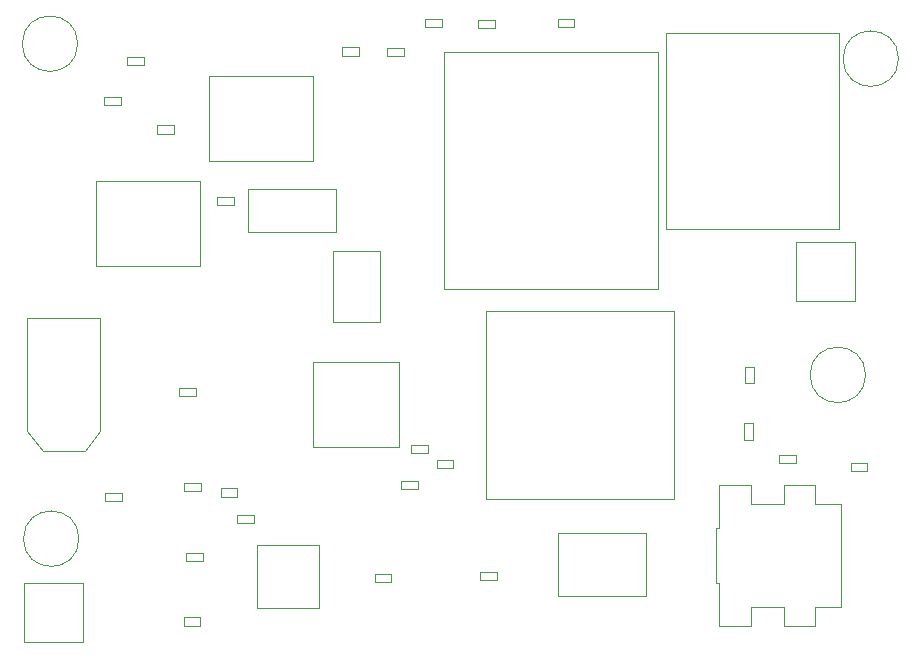
<source format=gbr>
%TF.GenerationSoftware,KiCad,Pcbnew,8.0.5*%
%TF.CreationDate,2024-11-03T18:03:46-05:00*%
%TF.ProjectId,emerald_pcb,656d6572-616c-4645-9f70-63622e6b6963,rev?*%
%TF.SameCoordinates,Original*%
%TF.FileFunction,Other,User*%
%FSLAX46Y46*%
G04 Gerber Fmt 4.6, Leading zero omitted, Abs format (unit mm)*
G04 Created by KiCad (PCBNEW 8.0.5) date 2024-11-03 18:03:46*
%MOMM*%
%LPD*%
G01*
G04 APERTURE LIST*
%ADD10C,0.050000*%
G04 APERTURE END LIST*
D10*
%TO.C,REF\u002A\u002A*%
X106490000Y-66141600D02*
G75*
G02*
X101790000Y-66141600I-2350000J0D01*
G01*
X101790000Y-66141600D02*
G75*
G02*
X106490000Y-66141600I2350000J0D01*
G01*
%TO.C,+C12*%
X54188700Y-50372400D02*
X61688700Y-50372400D01*
X54188700Y-54072400D02*
X54188700Y-50372400D01*
X61688700Y-50372400D02*
X61688700Y-54072400D01*
X61688700Y-54072400D02*
X54188700Y-54072400D01*
%TO.C,C15*%
X70176600Y-73310000D02*
X71576600Y-73310000D01*
X70176600Y-74010000D02*
X70176600Y-73310000D01*
X71576600Y-73310000D02*
X71576600Y-74010000D01*
X71576600Y-74010000D02*
X70176600Y-74010000D01*
%TO.C,C14*%
X52983800Y-51759600D02*
X51583800Y-51759600D01*
X52983800Y-51059600D02*
X52983800Y-51759600D01*
X51583800Y-51759600D02*
X51583800Y-51059600D01*
X51583800Y-51059600D02*
X52983800Y-51059600D01*
%TO.C,C13*%
X80438200Y-35972000D02*
X81838200Y-35972000D01*
X80438200Y-36672000D02*
X80438200Y-35972000D01*
X81838200Y-35972000D02*
X81838200Y-36672000D01*
X81838200Y-36672000D02*
X80438200Y-36672000D01*
%TO.C,R6*%
X68020200Y-72040000D02*
X69420200Y-72040000D01*
X68020200Y-72740000D02*
X68020200Y-72040000D01*
X69420200Y-72040000D02*
X69420200Y-72740000D01*
X69420200Y-72740000D02*
X68020200Y-72740000D01*
%TO.C,R1*%
X53311000Y-77983600D02*
X54711000Y-77983600D01*
X53311000Y-78683600D02*
X53311000Y-77983600D01*
X54711000Y-77983600D02*
X54711000Y-78683600D01*
X54711000Y-78683600D02*
X53311000Y-78683600D01*
%TO.C,R2*%
X51888600Y-75748400D02*
X53288600Y-75748400D01*
X51888600Y-76448400D02*
X51888600Y-75748400D01*
X53288600Y-75748400D02*
X53288600Y-76448400D01*
X53288600Y-76448400D02*
X51888600Y-76448400D01*
%TO.C,R8*%
X43433400Y-43326800D02*
X42033400Y-43326800D01*
X43433400Y-42626800D02*
X43433400Y-43326800D01*
X42033400Y-43326800D02*
X42033400Y-42626800D01*
X42033400Y-42626800D02*
X43433400Y-42626800D01*
%TO.C,R7*%
X47931800Y-45714400D02*
X46531800Y-45714400D01*
X47931800Y-45014400D02*
X47931800Y-45714400D01*
X46531800Y-45714400D02*
X46531800Y-45014400D01*
X46531800Y-45014400D02*
X47931800Y-45014400D01*
%TO.C,R5*%
X100574400Y-73603600D02*
X99174400Y-73603600D01*
X100574400Y-72903600D02*
X100574400Y-73603600D01*
X99174400Y-73603600D02*
X99174400Y-72903600D01*
X99174400Y-72903600D02*
X100574400Y-72903600D01*
%TO.C,R3*%
X67388200Y-39161200D02*
X65988200Y-39161200D01*
X67388200Y-38461200D02*
X67388200Y-39161200D01*
X65988200Y-39161200D02*
X65988200Y-38461200D01*
X65988200Y-38461200D02*
X67388200Y-38461200D01*
%TO.C,R4*%
X96322400Y-66853800D02*
X96322400Y-65453800D01*
X97022400Y-66853800D02*
X96322400Y-66853800D01*
X96322400Y-65453800D02*
X97022400Y-65453800D01*
X97022400Y-65453800D02*
X97022400Y-66853800D01*
%TO.C,C7*%
X73681800Y-36073600D02*
X75081800Y-36073600D01*
X73681800Y-36773600D02*
X73681800Y-36073600D01*
X75081800Y-36073600D02*
X75081800Y-36773600D01*
X75081800Y-36773600D02*
X73681800Y-36773600D01*
%TO.C,C8*%
X69211400Y-35972000D02*
X70611400Y-35972000D01*
X69211400Y-36672000D02*
X69211400Y-35972000D01*
X70611400Y-35972000D02*
X70611400Y-36672000D01*
X70611400Y-36672000D02*
X69211400Y-36672000D01*
%TO.C,C3*%
X50152400Y-87370400D02*
X48752400Y-87370400D01*
X50152400Y-86670400D02*
X50152400Y-87370400D01*
X48752400Y-87370400D02*
X48752400Y-86670400D01*
X48752400Y-86670400D02*
X50152400Y-86670400D01*
%TO.C,C1*%
X67179400Y-75088000D02*
X68579400Y-75088000D01*
X67179400Y-75788000D02*
X67179400Y-75088000D01*
X68579400Y-75088000D02*
X68579400Y-75788000D01*
X68579400Y-75788000D02*
X67179400Y-75788000D01*
%TO.C,C2*%
X50355600Y-81884000D02*
X48955600Y-81884000D01*
X50355600Y-81184000D02*
X50355600Y-81884000D01*
X48955600Y-81884000D02*
X48955600Y-81184000D01*
X48955600Y-81184000D02*
X50355600Y-81184000D01*
%TO.C,C10*%
X64933600Y-82962000D02*
X66333600Y-82962000D01*
X64933600Y-83662000D02*
X64933600Y-82962000D01*
X66333600Y-82962000D02*
X66333600Y-83662000D01*
X66333600Y-83662000D02*
X64933600Y-83662000D01*
%TO.C,C9*%
X73874400Y-82818000D02*
X75274400Y-82818000D01*
X73874400Y-83518000D02*
X73874400Y-82818000D01*
X75274400Y-82818000D02*
X75274400Y-83518000D01*
X75274400Y-83518000D02*
X73874400Y-83518000D01*
%TO.C,C6*%
X48808000Y-75291200D02*
X50208000Y-75291200D01*
X48808000Y-75991200D02*
X48808000Y-75291200D01*
X50208000Y-75291200D02*
X50208000Y-75991200D01*
X50208000Y-75991200D02*
X48808000Y-75991200D01*
%TO.C,C4*%
X42102400Y-76104000D02*
X43502400Y-76104000D01*
X42102400Y-76804000D02*
X42102400Y-76104000D01*
X43502400Y-76104000D02*
X43502400Y-76804000D01*
X43502400Y-76804000D02*
X42102400Y-76804000D01*
%TO.C,C5*%
X48401600Y-67214000D02*
X49801600Y-67214000D01*
X48401600Y-67914000D02*
X48401600Y-67214000D01*
X49801600Y-67214000D02*
X49801600Y-67914000D01*
X49801600Y-67914000D02*
X48401600Y-67914000D01*
%TO.C,C11*%
X43982000Y-39223200D02*
X45382000Y-39223200D01*
X43982000Y-39923200D02*
X43982000Y-39223200D01*
X45382000Y-39223200D02*
X45382000Y-39923200D01*
X45382000Y-39923200D02*
X43982000Y-39923200D01*
%TO.C,REF\u002A\u002A*%
X100624000Y-54853200D02*
X100624000Y-59853200D01*
X100624000Y-59853200D02*
X105624000Y-59853200D01*
X105624000Y-54853200D02*
X100624000Y-54853200D01*
X105624000Y-59853200D02*
X105624000Y-54853200D01*
X40244400Y-83760200D02*
X35244400Y-83760200D01*
X35244400Y-83760200D02*
X35244400Y-88760200D01*
X40244400Y-88760200D02*
X40244400Y-83760200D01*
X35244400Y-88760200D02*
X40244400Y-88760200D01*
%TO.C,U7*%
X59670000Y-47999200D02*
X59670000Y-40799200D01*
X59670000Y-40799200D02*
X50870000Y-40799200D01*
X50870000Y-47999200D02*
X59670000Y-47999200D01*
X50870000Y-40799200D02*
X50870000Y-47999200D01*
%TO.C,J1*%
X104227400Y-53824400D02*
X104227400Y-37224400D01*
X104227400Y-53824400D02*
X89607400Y-53824400D01*
X104227400Y-37224400D02*
X89607400Y-37224400D01*
X89607400Y-53824400D02*
X89607400Y-37224400D01*
%TO.C,REF\u002A\u002A*%
X109284000Y-39370000D02*
G75*
G02*
X104584000Y-39370000I-2350000J0D01*
G01*
X104584000Y-39370000D02*
G75*
G02*
X109284000Y-39370000I2350000J0D01*
G01*
%TO.C,U1*%
X74363200Y-60721200D02*
X90263200Y-60721200D01*
X74363200Y-76621200D02*
X74363200Y-60721200D01*
X90263200Y-60721200D02*
X90263200Y-76621200D01*
X90263200Y-76621200D02*
X74363200Y-76621200D01*
%TO.C,REF\u002A\u002A*%
X39891200Y-80010000D02*
G75*
G02*
X35191200Y-80010000I-2350000J0D01*
G01*
X35191200Y-80010000D02*
G75*
G02*
X39891200Y-80010000I2350000J0D01*
G01*
%TO.C,GPRS1*%
X63601000Y-39110400D02*
X62201000Y-39110400D01*
X63601000Y-38410400D02*
X63601000Y-39110400D01*
X62201000Y-39110400D02*
X62201000Y-38410400D01*
X62201000Y-38410400D02*
X63601000Y-38410400D01*
%TO.C,U5*%
X65398400Y-55638400D02*
X65398400Y-61638400D01*
X61398400Y-61638400D02*
X65398400Y-61638400D01*
X61398400Y-55638400D02*
X65398400Y-55638400D01*
X61398400Y-55638400D02*
X61398400Y-61638400D01*
%TO.C,U4*%
X54957200Y-80560400D02*
X54957200Y-85860400D01*
X54957200Y-80560400D02*
X60257200Y-80560400D01*
X54957200Y-85860400D02*
X60257200Y-85860400D01*
X60257200Y-80560400D02*
X60257200Y-85860400D01*
%TO.C,U6*%
X80475600Y-79494400D02*
X80475600Y-84894400D01*
X80475600Y-84894400D02*
X87875600Y-84894400D01*
X87875600Y-79494400D02*
X80475600Y-79494400D01*
X87875600Y-84894400D02*
X87875600Y-79494400D01*
%TO.C,LORA1*%
X105228600Y-73564000D02*
X106628600Y-73564000D01*
X105228600Y-74264000D02*
X105228600Y-73564000D01*
X106628600Y-73564000D02*
X106628600Y-74264000D01*
X106628600Y-74264000D02*
X105228600Y-74264000D01*
%TO.C,PWR*%
X35508000Y-61365200D02*
X41708000Y-61365200D01*
X35508000Y-70865200D02*
X35508000Y-61365200D01*
X36808000Y-72565200D02*
X35508000Y-70865200D01*
X36808000Y-72565200D02*
X40408000Y-72565200D01*
X40408000Y-72565200D02*
X41708000Y-70865200D01*
X41708000Y-70865200D02*
X41708000Y-61365200D01*
%TO.C,U2*%
X88957600Y-38768800D02*
X88957600Y-58868800D01*
X70757600Y-58868800D02*
X88957600Y-58868800D01*
X70757600Y-38768800D02*
X88957600Y-38768800D01*
X70757600Y-38768800D02*
X70757600Y-58868800D01*
%TO.C,ACCEL1*%
X96920800Y-71627400D02*
X96220800Y-71627400D01*
X96920800Y-70227400D02*
X96920800Y-71627400D01*
X96220800Y-71627400D02*
X96220800Y-70227400D01*
X96220800Y-70227400D02*
X96920800Y-70227400D01*
%TO.C,REF\u002A\u002A*%
X39789600Y-38100000D02*
G75*
G02*
X35089600Y-38100000I-2350000J0D01*
G01*
X35089600Y-38100000D02*
G75*
G02*
X39789600Y-38100000I2350000J0D01*
G01*
%TO.C,U3*%
X66952400Y-72286000D02*
X66952400Y-65026000D01*
X66952400Y-65026000D02*
X59692400Y-65026000D01*
X59692400Y-72286000D02*
X66952400Y-72286000D01*
X59692400Y-65026000D02*
X59692400Y-72286000D01*
%TO.C,J2*%
X104402200Y-85782400D02*
X104402200Y-77082400D01*
X104402200Y-85782400D02*
X102252200Y-85782400D01*
X104402200Y-77082400D02*
X102252200Y-77082400D01*
X102252200Y-85782400D02*
X102252200Y-87382400D01*
X102252200Y-77082400D02*
X102252200Y-75482400D01*
X99552200Y-87382400D02*
X102252200Y-87382400D01*
X99552200Y-85782400D02*
X99552200Y-87382400D01*
X99552200Y-77082400D02*
X99552200Y-75482400D01*
X99552200Y-75482400D02*
X102252200Y-75482400D01*
X96802200Y-85782400D02*
X99552200Y-85782400D01*
X96802200Y-85782400D02*
X96802200Y-87382400D01*
X96802200Y-77082400D02*
X99552200Y-77082400D01*
X96802200Y-77082400D02*
X96802200Y-75482400D01*
X94102200Y-87382400D02*
X96802200Y-87382400D01*
X94102200Y-87382400D02*
X94102200Y-83782400D01*
X94102200Y-83782400D02*
X93852200Y-83782400D01*
X94102200Y-79082400D02*
X93852200Y-79082400D01*
X94102200Y-75482400D02*
X96802200Y-75482400D01*
X94102200Y-75482400D02*
X94102200Y-79082400D01*
X93852200Y-79082400D02*
X93852200Y-83782400D01*
%TO.C,U8*%
X50170400Y-56889200D02*
X50170400Y-49689200D01*
X50170400Y-49689200D02*
X41370400Y-49689200D01*
X41370400Y-56889200D02*
X50170400Y-56889200D01*
X41370400Y-49689200D02*
X41370400Y-56889200D01*
%TD*%
M02*

</source>
